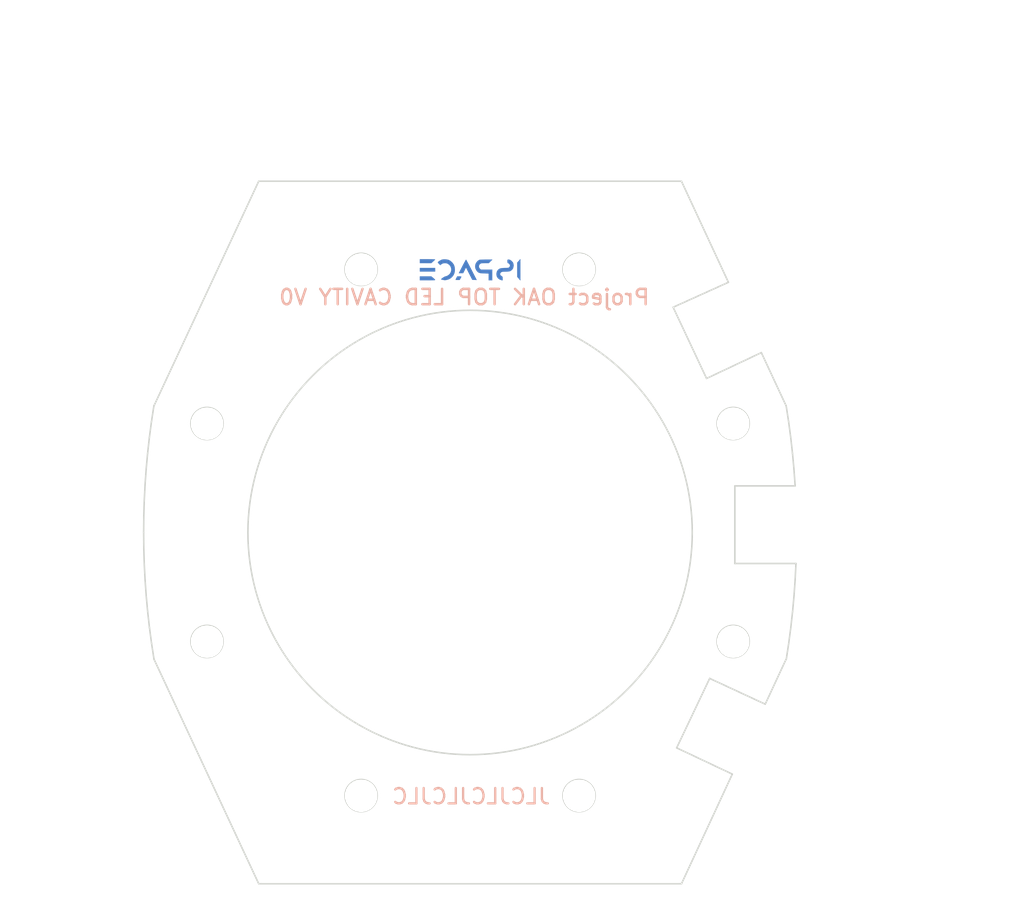
<source format=kicad_pcb>
(kicad_pcb (version 20171130) (host pcbnew "(5.1.6)-1")

  (general
    (thickness 1.6)
    (drawings 134)
    (tracks 0)
    (zones 0)
    (modules 15)
    (nets 1)
  )

  (page A4)
  (title_block
    (title "Project OAK TOP LED CAVITY V0")
    (date 2025-07-05)
    (rev A)
    (company iSPACE)
  )

  (layers
    (0 F.Cu signal)
    (31 B.Cu signal)
    (32 B.Adhes user hide)
    (33 F.Adhes user hide)
    (34 B.Paste user hide)
    (35 F.Paste user hide)
    (36 B.SilkS user)
    (37 F.SilkS user)
    (38 B.Mask user)
    (39 F.Mask user)
    (40 Dwgs.User user hide)
    (41 Cmts.User user hide)
    (42 Eco1.User user)
    (43 Eco2.User user)
    (44 Edge.Cuts user)
    (45 Margin user)
    (46 B.CrtYd user hide)
    (47 F.CrtYd user hide)
    (48 B.Fab user hide)
    (49 F.Fab user hide)
  )

  (setup
    (last_trace_width 0.25)
    (user_trace_width 0.142)
    (user_trace_width 0.2)
    (trace_clearance 0.2)
    (zone_clearance 0.508)
    (zone_45_only no)
    (trace_min 0.2)
    (via_size 0.6)
    (via_drill 0.4)
    (via_min_size 0.4)
    (via_min_drill 0.3)
    (user_via 0.5 0.3)
    (uvia_size 0.3)
    (uvia_drill 0.1)
    (uvias_allowed no)
    (uvia_min_size 0.2)
    (uvia_min_drill 0.1)
    (edge_width 0.15)
    (segment_width 0.2)
    (pcb_text_width 0.3)
    (pcb_text_size 1.5 1.5)
    (mod_edge_width 0.15)
    (mod_text_size 1 1)
    (mod_text_width 0.15)
    (pad_size 1.524 1.524)
    (pad_drill 0.762)
    (pad_to_mask_clearance 0.2)
    (aux_axis_origin 0 0)
    (grid_origin 70.4596 93.472)
    (visible_elements 7FFFFFFF)
    (pcbplotparams
      (layerselection 0x010f0_ffffffff)
      (usegerberextensions false)
      (usegerberattributes true)
      (usegerberadvancedattributes true)
      (creategerberjobfile true)
      (excludeedgelayer true)
      (linewidth 0.100000)
      (plotframeref false)
      (viasonmask false)
      (mode 1)
      (useauxorigin false)
      (hpglpennumber 1)
      (hpglpenspeed 20)
      (hpglpendiameter 15.000000)
      (psnegative false)
      (psa4output false)
      (plotreference true)
      (plotvalue true)
      (plotinvisibletext false)
      (padsonsilk false)
      (subtractmaskfromsilk false)
      (outputformat 1)
      (mirror false)
      (drillshape 0)
      (scaleselection 1)
      (outputdirectory "Project_OAK_TOP_LED_CAVITY_Gerber/"))
  )

  (net 0 "")

  (net_class Default "This is the default net class."
    (clearance 0.2)
    (trace_width 0.25)
    (via_dia 0.6)
    (via_drill 0.4)
    (uvia_dia 0.3)
    (uvia_drill 0.1)
  )

  (module MountingHole:MountingHole_2.1mm locked (layer F.Cu) (tedit 669FEB46) (tstamp 669FFFE0)
    (at 87.63 86.36)
    (descr "Mounting Hole 2.1mm, no annular")
    (tags "mounting hole 2.1mm no annular")
    (attr virtual)
    (fp_text reference REF** (at -3.556 -0.2794) (layer F.SilkS) hide
      (effects (font (size 1 1) (thickness 0.15)))
    )
    (fp_text value MountingHole_2.1mm (at 0 3.2) (layer F.Fab) hide
      (effects (font (size 1 1) (thickness 0.15)))
    )
    (fp_text user %R (at 0.3 0) (layer F.Fab)
      (effects (font (size 1 1) (thickness 0.15)))
    )
    (pad "" np_thru_hole circle (at 0 0) (size 2.1 2.1) (drill 2.1) (layers *.Cu *.Mask))
  )

  (module MountingHole:MountingHole_2.1mm locked (layer F.Cu) (tedit 669FEB46) (tstamp 669FFF7A)
    (at 87.63 100.584)
    (descr "Mounting Hole 2.1mm, no annular")
    (tags "mounting hole 2.1mm no annular")
    (attr virtual)
    (fp_text reference REF** (at -3.556 -0.2794) (layer F.SilkS) hide
      (effects (font (size 1 1) (thickness 0.15)))
    )
    (fp_text value MountingHole_2.1mm (at 0 3.2) (layer F.Fab) hide
      (effects (font (size 1 1) (thickness 0.15)))
    )
    (fp_text user %R (at 0.3 0) (layer F.Fab)
      (effects (font (size 1 1) (thickness 0.15)))
    )
    (pad "" np_thru_hole circle (at 0 0) (size 2.1 2.1) (drill 2.1) (layers *.Cu *.Mask))
  )

  (module MountingHole:MountingHole_2.1mm locked (layer F.Cu) (tedit 669FEB46) (tstamp 669FFF15)
    (at 77.5716 110.6424)
    (descr "Mounting Hole 2.1mm, no annular")
    (tags "mounting hole 2.1mm no annular")
    (attr virtual)
    (fp_text reference REF** (at -3.556 -0.2794) (layer F.SilkS) hide
      (effects (font (size 1 1) (thickness 0.15)))
    )
    (fp_text value MountingHole_2.1mm (at 0 3.2) (layer F.Fab) hide
      (effects (font (size 1 1) (thickness 0.15)))
    )
    (fp_text user %R (at 0.3 0) (layer F.Fab)
      (effects (font (size 1 1) (thickness 0.15)))
    )
    (pad "" np_thru_hole circle (at 0 0) (size 2.1 2.1) (drill 2.1) (layers *.Cu *.Mask))
  )

  (module MountingHole:MountingHole_2.1mm locked (layer F.Cu) (tedit 669FEB46) (tstamp 669FFE63)
    (at 63.3476 110.6424)
    (descr "Mounting Hole 2.1mm, no annular")
    (tags "mounting hole 2.1mm no annular")
    (attr virtual)
    (fp_text reference REF** (at -3.556 -0.2794) (layer F.SilkS) hide
      (effects (font (size 1 1) (thickness 0.15)))
    )
    (fp_text value MountingHole_2.1mm (at 0 3.2) (layer F.Fab) hide
      (effects (font (size 1 1) (thickness 0.15)))
    )
    (fp_text user %R (at 0.3 0) (layer F.Fab)
      (effects (font (size 1 1) (thickness 0.15)))
    )
    (pad "" np_thru_hole circle (at 0 0) (size 2.1 2.1) (drill 2.1) (layers *.Cu *.Mask))
  )

  (module MountingHole:MountingHole_2.1mm locked (layer F.Cu) (tedit 669FEB46) (tstamp 669FFD72)
    (at 53.2892 100.584)
    (descr "Mounting Hole 2.1mm, no annular")
    (tags "mounting hole 2.1mm no annular")
    (attr virtual)
    (fp_text reference REF** (at -3.556 -0.2794) (layer F.SilkS) hide
      (effects (font (size 1 1) (thickness 0.15)))
    )
    (fp_text value MountingHole_2.1mm (at 0 3.2) (layer F.Fab) hide
      (effects (font (size 1 1) (thickness 0.15)))
    )
    (fp_text user %R (at 0.3 0) (layer F.Fab)
      (effects (font (size 1 1) (thickness 0.15)))
    )
    (pad "" np_thru_hole circle (at 0 0) (size 2.1 2.1) (drill 2.1) (layers *.Cu *.Mask))
  )

  (module MountingHole:MountingHole_2.1mm locked (layer F.Cu) (tedit 669FEB46) (tstamp 669FFC7E)
    (at 53.2892 86.36)
    (descr "Mounting Hole 2.1mm, no annular")
    (tags "mounting hole 2.1mm no annular")
    (attr virtual)
    (fp_text reference REF** (at -3.556 -0.2794) (layer F.SilkS) hide
      (effects (font (size 1 1) (thickness 0.15)))
    )
    (fp_text value MountingHole_2.1mm (at 0 3.2) (layer F.Fab) hide
      (effects (font (size 1 1) (thickness 0.15)))
    )
    (fp_text user %R (at 0.3 0) (layer F.Fab)
      (effects (font (size 1 1) (thickness 0.15)))
    )
    (pad "" np_thru_hole circle (at 0 0) (size 2.1 2.1) (drill 2.1) (layers *.Cu *.Mask))
  )

  (module MountingHole:MountingHole_2.1mm locked (layer F.Cu) (tedit 669FEB46) (tstamp 669FFB63)
    (at 63.3476 76.3016)
    (descr "Mounting Hole 2.1mm, no annular")
    (tags "mounting hole 2.1mm no annular")
    (attr virtual)
    (fp_text reference REF** (at -3.556 -0.2794) (layer F.SilkS) hide
      (effects (font (size 1 1) (thickness 0.15)))
    )
    (fp_text value MountingHole_2.1mm (at 0 3.2) (layer F.Fab) hide
      (effects (font (size 1 1) (thickness 0.15)))
    )
    (fp_text user %R (at 0.3 0) (layer F.Fab)
      (effects (font (size 1 1) (thickness 0.15)))
    )
    (pad "" np_thru_hole circle (at 0 0) (size 2.1 2.1) (drill 2.1) (layers *.Cu *.Mask))
  )

  (module MountingHole:MountingHole_2.1mm locked (layer F.Cu) (tedit 669FEB46) (tstamp 669FF359)
    (at 77.5716 76.3016)
    (descr "Mounting Hole 2.1mm, no annular")
    (tags "mounting hole 2.1mm no annular")
    (attr virtual)
    (fp_text reference REF** (at -3.556 -0.2794) (layer F.SilkS) hide
      (effects (font (size 1 1) (thickness 0.15)))
    )
    (fp_text value MountingHole_2.1mm (at 0 3.2) (layer F.Fab) hide
      (effects (font (size 1 1) (thickness 0.15)))
    )
    (fp_text user %R (at 0.3 0) (layer F.Fab)
      (effects (font (size 1 1) (thickness 0.15)))
    )
    (pad "" np_thru_hole circle (at 0 0) (size 2.1 2.1) (drill 2.1) (layers *.Cu *.Mask))
  )

  (module LOGO (layer F.Cu) (tedit 0) (tstamp 0)
    (at 102.5906 79.756)
    (fp_text reference G*** (at 0 0) (layer F.SilkS) hide
      (effects (font (size 1.524 1.524) (thickness 0.3)))
    )
    (fp_text value LOGO (at 0.75 0) (layer F.SilkS) hide
      (effects (font (size 1.524 1.524) (thickness 0.3)))
    )
  )

  (module LOGO (layer F.Cu) (tedit 0) (tstamp 0)
    (at 102.5906 79.756)
    (fp_text reference G*** (at 0 0) (layer F.SilkS) hide
      (effects (font (size 1.524 1.524) (thickness 0.3)))
    )
    (fp_text value LOGO (at 0.75 0) (layer F.SilkS) hide
      (effects (font (size 1.524 1.524) (thickness 0.3)))
    )
  )

  (module LOGO (layer B.Cu) (tedit 0) (tstamp 6869407D)
    (at 70.4596 76.3016 180)
    (fp_text reference G*** (at 0 0) (layer B.SilkS) hide
      (effects (font (size 1.524 1.524) (thickness 0.3)) (justify mirror))
    )
    (fp_text value LOGO (at 0.75 0) (layer B.SilkS) hide
      (effects (font (size 1.524 1.524) (thickness 0.3)) (justify mirror))
    )
    (fp_poly (pts (xy 3.280833 0.402167) (xy 2.513822 0.402167) (xy 2.362869 0.549979) (xy 2.211917 0.69779)
      (xy 3.280833 0.6985) (xy 3.280833 0.402167)) (layer B.Mask) (width 0.01))
    (fp_poly (pts (xy 3.280833 -0.169333) (xy 2.264833 -0.169333) (xy 2.264833 0.148167) (xy 3.280833 0.148167)
      (xy 3.280833 -0.169333)) (layer B.Mask) (width 0.01))
    (fp_poly (pts (xy 3.280833 -0.719666) (xy 2.772833 -0.719666) (xy 2.613266 -0.719502) (xy 2.49107 -0.718755)
      (xy 2.401283 -0.717041) (xy 2.338944 -0.71398) (xy 2.299092 -0.709188) (xy 2.276763 -0.702282)
      (xy 2.266998 -0.692881) (xy 2.264833 -0.680602) (xy 2.264833 -0.680507) (xy 2.28002 -0.648671)
      (xy 2.320224 -0.59988) (xy 2.377411 -0.543633) (xy 2.390162 -0.53234) (xy 2.515491 -0.423333)
      (xy 3.280833 -0.423333) (xy 3.280833 -0.719666)) (layer B.Mask) (width 0.01))
    (fp_poly (pts (xy 1.812043 0.680165) (xy 1.952642 0.624404) (xy 2.057679 0.550019) (xy 2.148417 0.468486)
      (xy 2.048784 0.367723) (xy 1.994943 0.314792) (xy 1.960976 0.288289) (xy 1.937703 0.283854)
      (xy 1.915943 0.297124) (xy 1.910426 0.302006) (xy 1.835338 0.350533) (xy 1.739733 0.386513)
      (xy 1.645169 0.402043) (xy 1.637196 0.402167) (xy 1.526736 0.382303) (xy 1.422452 0.32777)
      (xy 1.333036 0.246159) (xy 1.267181 0.145059) (xy 1.236784 0.05255) (xy 1.23657 -0.056745)
      (xy 1.27238 -0.164122) (xy 1.338352 -0.261504) (xy 1.428628 -0.34082) (xy 1.537347 -0.393996)
      (xy 1.566944 -0.402313) (xy 1.626214 -0.423115) (xy 1.699359 -0.458062) (xy 1.776946 -0.501363)
      (xy 1.849543 -0.547229) (xy 1.907718 -0.589869) (xy 1.942039 -0.623493) (xy 1.947333 -0.635816)
      (xy 1.928315 -0.653593) (xy 1.879102 -0.673829) (xy 1.811457 -0.693348) (xy 1.737142 -0.708977)
      (xy 1.667919 -0.717542) (xy 1.641866 -0.71825) (xy 1.561558 -0.710255) (xy 1.479474 -0.692596)
      (xy 1.471083 -0.690058) (xy 1.356503 -0.645969) (xy 1.264672 -0.58935) (xy 1.177415 -0.508426)
      (xy 1.157828 -0.487083) (xy 1.071813 -0.371268) (xy 1.016912 -0.245695) (xy 0.989673 -0.100409)
      (xy 0.985169 0.010584) (xy 1.004147 0.187333) (xy 1.059133 0.342921) (xy 1.149077 0.475597)
      (xy 1.272925 0.583608) (xy 1.35937 0.634009) (xy 1.506927 0.685987) (xy 1.660645 0.701031)
      (xy 1.812043 0.680165)) (layer B.Mask) (width 0.01))
    (fp_poly (pts (xy 0.92679 -0.561317) (xy 0.959971 -0.629906) (xy 0.984194 -0.682457) (xy 0.994716 -0.708646)
      (xy 0.994833 -0.709484) (xy 0.975418 -0.714415) (xy 0.924172 -0.718031) (xy 0.851591 -0.719641)
      (xy 0.840626 -0.719666) (xy 0.686419 -0.719666) (xy 0.618376 -0.581682) (xy 0.585195 -0.513093)
      (xy 0.560973 -0.460542) (xy 0.550451 -0.434353) (xy 0.550333 -0.433515) (xy 0.569748 -0.428584)
      (xy 0.620994 -0.424968) (xy 0.693575 -0.423358) (xy 0.70454 -0.423333) (xy 0.858747 -0.423333)
      (xy 0.92679 -0.561317)) (layer B.Mask) (width 0.01))
    (fp_poly (pts (xy 0.28662 0.668673) (xy 0.290775 0.66401) (xy 0.307408 0.635863) (xy 0.33893 0.577543)
      (xy 0.382102 0.495427) (xy 0.433687 0.395887) (xy 0.490446 0.285298) (xy 0.54914 0.170035)
      (xy 0.606532 0.056472) (xy 0.659382 -0.049017) (xy 0.704454 -0.140058) (xy 0.738507 -0.210276)
      (xy 0.758305 -0.253296) (xy 0.762 -0.263547) (xy 0.742587 -0.269176) (xy 0.691349 -0.273304)
      (xy 0.618789 -0.275138) (xy 0.607967 -0.275166) (xy 0.453934 -0.275166) (xy 0.271826 0.092024)
      (xy 0.176158 -0.086279) (xy 0.125098 -0.182768) (xy 0.064239 -0.299764) (xy 0.002601 -0.419853)
      (xy -0.034016 -0.492125) (xy -0.14852 -0.719666) (xy -0.29651 -0.719666) (xy -0.372298 -0.716872)
      (xy -0.424786 -0.709393) (xy -0.4445 -0.698581) (xy -0.4445 -0.698533) (xy -0.435172 -0.675463)
      (xy -0.40862 -0.619084) (xy -0.366992 -0.533726) (xy -0.312436 -0.423722) (xy -0.247101 -0.293402)
      (xy -0.173135 -0.147098) (xy -0.092686 0.01086) (xy -0.09154 0.013101) (xy 0.000637 0.193048)
      (xy 0.075736 0.33849) (xy 0.1357 0.452739) (xy 0.182476 0.539108) (xy 0.218008 0.600908)
      (xy 0.244244 0.641452) (xy 0.263127 0.664053) (xy 0.276604 0.672023) (xy 0.28662 0.668673)) (layer B.Mask) (width 0.01))
    (fp_poly (pts (xy -1.077227 0.694804) (xy -0.930814 0.692251) (xy -0.820062 0.689399) (xy -0.738299 0.685489)
      (xy -0.678855 0.679763) (xy -0.635059 0.671462) (xy -0.600241 0.659828) (xy -0.56773 0.644103)
      (xy -0.551201 0.635) (xy -0.452247 0.556726) (xy -0.379417 0.452777) (xy -0.334113 0.331848)
      (xy -0.317739 0.202629) (xy -0.331697 0.073812) (xy -0.377391 -0.045909) (xy -0.429334 -0.120017)
      (xy -0.489269 -0.179929) (xy -0.552875 -0.222612) (xy -0.628688 -0.250724) (xy -0.725245 -0.266924)
      (xy -0.851082 -0.27387) (xy -0.926042 -0.274701) (xy -1.185333 -0.275166) (xy -1.185333 -0.719666)
      (xy -1.439333 -0.719666) (xy -1.439333 0.021167) (xy -1.088058 0.021167) (xy -0.937388 0.022454)
      (xy -0.823025 0.027387) (xy -0.738991 0.037572) (xy -0.67931 0.054615) (xy -0.638004 0.080125)
      (xy -0.609096 0.115706) (xy -0.589793 0.155106) (xy -0.574913 0.209715) (xy -0.586564 0.25728)
      (xy -0.594616 0.27278) (xy -0.634718 0.325384) (xy -0.691695 0.362615) (xy -0.771938 0.386474)
      (xy -0.881834 0.398962) (xy -1.007627 0.402134) (xy -1.24267 0.402167) (xy -1.37577 0.551929)
      (xy -1.50887 0.701689) (xy -1.077227 0.694804)) (layer B.Mask) (width 0.01))
    (fp_poly (pts (xy -2.434167 0.552025) (xy -2.435931 0.47029) (xy -2.442624 0.421477) (xy -2.456346 0.396271)
      (xy -2.471208 0.387702) (xy -2.540574 0.347755) (xy -2.575779 0.294138) (xy -2.574756 0.234951)
      (xy -2.535437 0.178294) (xy -2.526562 0.17087) (xy -2.496363 0.151071) (xy -2.459901 0.138226)
      (xy -2.407775 0.130896) (xy -2.330588 0.12764) (xy -2.240132 0.127) (xy -2.108374 0.124157)
      (xy -2.009565 0.113751) (xy -1.934587 0.092973) (xy -1.874325 0.059012) (xy -1.819661 0.009056)
      (xy -1.805018 -0.007152) (xy -1.73479 -0.11818) (xy -1.701742 -0.245938) (xy -1.703898 -0.359694)
      (xy -1.739308 -0.482939) (xy -1.805427 -0.586362) (xy -1.89615 -0.663569) (xy -2.00537 -0.708168)
      (xy -2.042719 -0.714451) (xy -2.137833 -0.725172) (xy -2.137833 -0.574252) (xy -2.136731 -0.495518)
      (xy -2.131746 -0.450117) (xy -2.12036 -0.429074) (xy -2.100054 -0.423412) (xy -2.0955 -0.423333)
      (xy -2.049422 -0.408967) (xy -2.010833 -0.381) (xy -1.979121 -0.334921) (xy -1.9685 -0.296333)
      (xy -1.982866 -0.250254) (xy -2.010833 -0.211666) (xy -2.035529 -0.19212) (xy -2.068617 -0.179614)
      (xy -2.119298 -0.172639) (xy -2.196776 -0.16969) (xy -2.270125 -0.169215) (xy -2.372353 -0.166848)
      (xy -2.468274 -0.16059) (xy -2.543796 -0.151538) (xy -2.57175 -0.145707) (xy -2.670618 -0.097726)
      (xy -2.754584 -0.017178) (xy -2.815528 0.086718) (xy -2.837575 0.156031) (xy -2.850045 0.293766)
      (xy -2.82641 0.420037) (xy -2.770148 0.52913) (xy -2.684736 0.615332) (xy -2.573651 0.672928)
      (xy -2.513542 0.688496) (xy -2.434167 0.703211) (xy -2.434167 0.552025)) (layer B.Mask) (width 0.01))
    (fp_poly (pts (xy -3.174039 0.593928) (xy -3.069167 0.478772) (xy -3.069167 -0.499937) (xy -3.174039 -0.615093)
      (xy -3.278912 -0.73025) (xy -3.278912 0.709083) (xy -3.174039 0.593928)) (layer B.Mask) (width 0.01))
  )

  (module LOGO (layer F.Cu) (tedit 0) (tstamp 0)
    (at 102.5906 79.756)
    (fp_text reference G*** (at 0 0) (layer F.SilkS) hide
      (effects (font (size 1.524 1.524) (thickness 0.3)))
    )
    (fp_text value LOGO (at 0.75 0) (layer F.SilkS) hide
      (effects (font (size 1.524 1.524) (thickness 0.3)))
    )
  )

  (module LOGO (layer F.Cu) (tedit 0) (tstamp 0)
    (at 102.5906 79.756)
    (fp_text reference G*** (at 0 0) (layer F.SilkS) hide
      (effects (font (size 1.524 1.524) (thickness 0.3)))
    )
    (fp_text value LOGO (at 0.75 0) (layer F.SilkS) hide
      (effects (font (size 1.524 1.524) (thickness 0.3)))
    )
  )

  (module LOGO (layer B.Cu) (tedit 0) (tstamp 68694059)
    (at 70.4596 76.3016 180)
    (fp_text reference G*** (at 0 0) (layer B.SilkS) hide
      (effects (font (size 1.524 1.524) (thickness 0.3)) (justify mirror))
    )
    (fp_text value LOGO (at 0.75 0) (layer B.SilkS) hide
      (effects (font (size 1.524 1.524) (thickness 0.3)) (justify mirror))
    )
    (fp_poly (pts (xy 3.280833 0.423334) (xy 2.529417 0.424984) (xy 2.40742 0.535284) (xy 2.349687 0.589418)
      (xy 2.306789 0.633333) (xy 2.286411 0.659062) (xy 2.285712 0.661459) (xy 2.305987 0.665928)
      (xy 2.362745 0.669911) (xy 2.450135 0.67322) (xy 2.562307 0.675669) (xy 2.693412 0.677072)
      (xy 2.783417 0.677334) (xy 3.280833 0.677334) (xy 3.280833 0.423334)) (layer B.Cu) (width 0.01))
    (fp_poly (pts (xy 3.280833 -0.127) (xy 2.286 -0.127) (xy 2.286 0.105834) (xy 3.280833 0.105834)
      (xy 3.280833 -0.127)) (layer B.Cu) (width 0.01))
    (fp_poly (pts (xy 0.899227 -0.549629) (xy 0.928497 -0.609261) (xy 0.947847 -0.652264) (xy 0.9525 -0.666046)
      (xy 0.933212 -0.671857) (xy 0.882849 -0.675932) (xy 0.81828 -0.677333) (xy 0.684061 -0.677333)
      (xy 0.62778 -0.573927) (xy 0.596808 -0.514859) (xy 0.576367 -0.471729) (xy 0.5715 -0.45751)
      (xy 0.590807 -0.450876) (xy 0.641313 -0.446189) (xy 0.708727 -0.4445) (xy 0.845953 -0.4445)
      (xy 0.899227 -0.549629)) (layer B.Cu) (width 0.01))
    (fp_poly (pts (xy 0.281861 0.633073) (xy 0.312312 0.583928) (xy 0.355983 0.50723) (xy 0.409992 0.408121)
      (xy 0.471459 0.291744) (xy 0.513113 0.211101) (xy 0.740475 -0.232833) (xy 0.453934 -0.232833)
      (xy 0.271564 0.134887) (xy 0.066208 -0.265931) (xy -0.139148 -0.66675) (xy -0.427838 -0.67937)
      (xy -0.089283 -0.017681) (xy -0.010004 0.136438) (xy 0.063708 0.278145) (xy 0.129541 0.403123)
      (xy 0.185188 0.507054) (xy 0.228338 0.585619) (xy 0.256684 0.6345) (xy 0.267511 0.649521)
      (xy 0.281861 0.633073)) (layer B.Cu) (width 0.01))
    (fp_poly (pts (xy 3.280833 -0.6985) (xy 2.783417 -0.6985) (xy 2.617896 -0.697992) (xy 2.490734 -0.696327)
      (xy 2.397967 -0.693295) (xy 2.335632 -0.688685) (xy 2.299765 -0.682286) (xy 2.286401 -0.673887)
      (xy 2.286079 -0.672041) (xy 2.30158 -0.646808) (xy 2.342464 -0.604411) (xy 2.400426 -0.553322)
      (xy 2.410564 -0.545041) (xy 2.534971 -0.4445) (xy 3.280833 -0.4445) (xy 3.280833 -0.6985)) (layer B.Cu) (width 0.01))
    (fp_poly (pts (xy 1.745571 0.665007) (xy 1.813035 0.657643) (xy 1.868548 0.641462) (xy 1.927266 0.613264)
      (xy 1.941576 0.605432) (xy 2.008506 0.565021) (xy 2.064243 0.525573) (xy 2.088539 0.503998)
      (xy 2.106904 0.47969) (xy 2.107299 0.457236) (xy 2.085546 0.42629) (xy 2.037464 0.376504)
      (xy 1.948664 0.287704) (xy 1.900374 0.332942) (xy 1.808648 0.391714) (xy 1.698084 0.420836)
      (xy 1.581166 0.419137) (xy 1.470381 0.385443) (xy 1.450797 0.375181) (xy 1.347679 0.294588)
      (xy 1.27616 0.192206) (xy 1.237519 0.07579) (xy 1.233037 -0.046904) (xy 1.263994 -0.16812)
      (xy 1.33167 -0.280104) (xy 1.340851 -0.290888) (xy 1.406324 -0.350138) (xy 1.486121 -0.400961)
      (xy 1.564999 -0.434845) (xy 1.61512 -0.444035) (xy 1.651056 -0.455103) (xy 1.704523 -0.483157)
      (xy 1.76552 -0.52134) (xy 1.824043 -0.562798) (xy 1.870092 -0.600675) (xy 1.893663 -0.628113)
      (xy 1.894211 -0.635333) (xy 1.879919 -0.646728) (xy 1.847254 -0.657433) (xy 1.78863 -0.669266)
      (xy 1.696464 -0.684051) (xy 1.68275 -0.686116) (xy 1.636459 -0.686633) (xy 1.569906 -0.68045)
      (xy 1.542172 -0.676397) (xy 1.401283 -0.637579) (xy 1.276537 -0.567115) (xy 1.183074 -0.486193)
      (xy 1.087205 -0.366948) (xy 1.026693 -0.232912) (xy 0.999489 -0.078339) (xy 0.998513 0.03175)
      (xy 1.016423 0.182869) (xy 1.058926 0.308223) (xy 1.131001 0.419563) (xy 1.190335 0.484353)
      (xy 1.292335 0.571976) (xy 1.394768 0.628165) (xy 1.510588 0.658046) (xy 1.651 0.66675)
      (xy 1.745571 0.665007)) (layer B.Cu) (width 0.01))
    (fp_poly (pts (xy -0.916445 0.654957) (xy -0.794904 0.651561) (xy -0.696156 0.646328) (xy -0.627285 0.639607)
      (xy -0.599336 0.63374) (xy -0.510758 0.581269) (xy -0.43014 0.499195) (xy -0.368433 0.400144)
      (xy -0.346235 0.342013) (xy -0.324134 0.20512) (xy -0.342147 0.078179) (xy -0.401241 -0.044957)
      (xy -0.408668 -0.056153) (xy -0.46055 -0.124142) (xy -0.515534 -0.173981) (xy -0.581399 -0.20859)
      (xy -0.665926 -0.230891) (xy -0.776897 -0.243804) (xy -0.922091 -0.250249) (xy -0.926042 -0.250348)
      (xy -1.2065 -0.257279) (xy -1.2065 -0.6985) (xy -1.439333 -0.6985) (xy -1.439333 0)
      (xy -0.695244 0) (xy -0.633372 0.061872) (xy -0.58812 0.120779) (xy -0.572548 0.185754)
      (xy -0.572173 0.204747) (xy -0.581734 0.279257) (xy -0.614771 0.335758) (xy -0.676752 0.387264)
      (xy -0.70935 0.403746) (xy -0.755668 0.414541) (xy -0.824087 0.420666) (xy -0.922992 0.423139)
      (xy -0.973808 0.423334) (xy -1.21853 0.423334) (xy -1.3335 0.53975) (xy -1.448471 0.656167)
      (xy -1.053697 0.656167) (xy -0.916445 0.654957)) (layer B.Cu) (width 0.01))
    (fp_poly (pts (xy -2.461962 0.654316) (xy -2.442655 0.641816) (xy -2.435326 0.608244) (xy -2.434167 0.543181)
      (xy -2.434167 0.53975) (xy -2.436869 0.470074) (xy -2.446549 0.434077) (xy -2.465567 0.423357)
      (xy -2.466879 0.423334) (xy -2.512004 0.405685) (xy -2.558075 0.362427) (xy -2.592589 0.308086)
      (xy -2.6035 0.264584) (xy -2.588825 0.211807) (xy -2.553334 0.159609) (xy -2.551546 0.157788)
      (xy -2.526299 0.135165) (xy -2.4986 0.120248) (xy -2.459462 0.111418) (xy -2.399895 0.107058)
      (xy -2.310914 0.105547) (xy -2.260504 0.105369) (xy -2.115805 0.100891) (xy -2.004761 0.086305)
      (xy -1.919349 0.058925) (xy -1.851545 0.016065) (xy -1.793326 -0.044961) (xy -1.786968 -0.053153)
      (xy -1.737039 -0.150338) (xy -1.714993 -0.265518) (xy -1.721929 -0.383906) (xy -1.755012 -0.483262)
      (xy -1.823728 -0.575141) (xy -1.920097 -0.646479) (xy -2.030861 -0.68762) (xy -2.037292 -0.688849)
      (xy -2.116667 -0.703211) (xy -2.116209 -0.579147) (xy -2.114481 -0.508818) (xy -2.106177 -0.467954)
      (xy -2.085621 -0.443695) (xy -2.047461 -0.423333) (xy -1.982443 -0.375893) (xy -1.953808 -0.3151)
      (xy -1.963871 -0.248256) (xy -1.982182 -0.217419) (xy -2.012482 -0.183008) (xy -2.048573 -0.159009)
      (xy -2.098417 -0.143498) (xy -2.169972 -0.134552) (xy -2.271198 -0.130247) (xy -2.347641 -0.129109)
      (xy -2.452168 -0.126921) (xy -2.52563 -0.121432) (xy -2.579275 -0.110706) (xy -2.624349 -0.092802)
      (xy -2.654785 -0.076158) (xy -2.748851 0.001861) (xy -2.809438 0.105054) (xy -2.835387 0.231255)
      (xy -2.836333 0.263225) (xy -2.825736 0.376581) (xy -2.790067 0.466306) (xy -2.723508 0.54647)
      (xy -2.716515 0.553039) (xy -2.634002 0.617734) (xy -2.557461 0.649909) (xy -2.499058 0.656167)
      (xy -2.461962 0.654316)) (layer B.Cu) (width 0.01))
    (fp_poly (pts (xy -3.175 0.5715) (xy -3.070514 0.455084) (xy -3.071 -0.47625) (xy -3.175683 -0.592666)
      (xy -3.280366 -0.709083) (xy -3.279486 0.687917) (xy -3.175 0.5715)) (layer B.Cu) (width 0.01))
  )

  (module LOGO (layer F.Cu) (tedit 0) (tstamp 0)
    (at 102.5906 79.756)
    (fp_text reference G*** (at 0 0) (layer F.SilkS) hide
      (effects (font (size 1.524 1.524) (thickness 0.3)))
    )
    (fp_text value LOGO (at 0.75 0) (layer F.SilkS) hide
      (effects (font (size 1.524 1.524) (thickness 0.3)))
    )
  )

  (gr_line (start 63.3476 76.3016) (end 77.5716 76.3016) (layer Dwgs.User) (width 0.05))
  (gr_line (start 87.735132 95.482799) (end 87.735132 90.4188) (layer Edge.Cuts) (width 0.1))
  (gr_line (start 91.084533 85.199493) (end 91.059133 85.148692) (layer Edge.Cuts) (width 0.1))
  (gr_line (start 87.735132 90.4188) (end 91.667207 90.4188) (layer Edge.Cuts) (width 0.1))
  (gr_line (start 87.313238 77.130328) (end 84.24926 70.5358) (layer Edge.Cuts) (width 0.1))
  (gr_line (start 83.706121 78.759349) (end 87.313238 77.130328) (layer Edge.Cuts) (width 0.1))
  (gr_line (start 85.887143 83.405873) (end 83.706121 78.759349) (layer Edge.Cuts) (width 0.1))
  (gr_line (start 91.495234 88.285992) (end 91.379333 87.255092) (layer Edge.Cuts) (width 0.1))
  (gr_line (start 91.242434 86.226092) (end 91.084533 85.199493) (layer Edge.Cuts) (width 0.1))
  (gr_line (start 91.590234 89.318392) (end 91.495234 88.285992) (layer Edge.Cuts) (width 0.1))
  (gr_line (start 91.667207 90.4188) (end 91.664233 90.352192) (layer Edge.Cuts) (width 0.1))
  (gr_line (start 91.379333 87.255092) (end 91.242434 86.226092) (layer Edge.Cuts) (width 0.1))
  (gr_line (start 91.059133 85.148692) (end 89.462237 81.720056) (layer Edge.Cuts) (width 0.1))
  (gr_circle (center 63.343133 110.6292) (end 62.293133 110.6292) (layer Edge.Cuts) (width 0.1))
  (gr_line (start 91.664233 90.352192) (end 91.590234 89.318392) (layer Edge.Cuts) (width 0.1))
  (gr_circle (center 77.567132 110.6292) (end 76.517132 110.6292) (layer Edge.Cuts) (width 0.1))
  (gr_circle (center 63.343133 76.2884) (end 62.293133 76.2884) (layer Edge.Cuts) (width 0.1))
  (gr_line (start 89.462237 81.720056) (end 85.887143 83.405873) (layer Edge.Cuts) (width 0.1))
  (gr_circle (center 77.567132 76.2884) (end 76.517132 76.2884) (layer Edge.Cuts) (width 0.1))
  (gr_circle (center 70.455132 93.4588) (end 55.955133 93.4588) (layer Edge.Cuts) (width 0.1))
  (gr_circle (center 87.625532 100.5708) (end 86.575532 100.5708) (layer Edge.Cuts) (width 0.1))
  (gr_circle (center 87.625532 86.3468) (end 86.575532 86.3468) (layer Edge.Cuts) (width 0.1))
  (gr_line (start 91.721113 95.4828) (end 87.735132 95.482799) (layer Edge.Cuts) (width 0.1))
  (gr_line (start 91.719334 95.529092) (end 91.721113 95.4828) (layer Edge.Cuts) (width 0.1))
  (gr_line (start 91.594433 97.597692) (end 91.667433 96.563892) (layer Edge.Cuts) (width 0.1))
  (gr_line (start 56.660272 116.3818) (end 84.251851 116.3818) (layer Edge.Cuts) (width 0.1))
  (gr_line (start 49.666773 100.690492) (end 49.824672 101.717192) (layer Edge.Cuts) (width 0.1))
  (gr_line (start 49.525672 87.255492) (end 49.410673 88.286392) (layer Edge.Cuts) (width 0.1))
  (gr_line (start 49.160773 94.494391) (end 49.192573 95.529792) (layer Edge.Cuts) (width 0.1))
  (gr_line (start 91.092733 101.717192) (end 91.249633 100.690292) (layer Edge.Cuts) (width 0.1))
  (gr_line (start 89.715669 104.663886) (end 91.053733 101.781592) (layer Edge.Cuts) (width 0.1))
  (gr_line (start 49.824672 101.717192) (end 49.826673 101.721092) (layer Edge.Cuts) (width 0.1))
  (gr_line (start 83.936045 107.514526) (end 86.091289 102.982174) (layer Edge.Cuts) (width 0.1))
  (gr_line (start 84.251851 116.3818) (end 87.567648 109.228643) (layer Edge.Cuts) (width 0.1))
  (gr_line (start 49.845942 85.146792) (end 49.818773 85.199592) (layer Edge.Cuts) (width 0.1))
  (gr_line (start 49.192573 95.529792) (end 49.245372 96.564492) (layer Edge.Cuts) (width 0.1))
  (gr_line (start 87.567648 109.228643) (end 83.936045 107.514526) (layer Edge.Cuts) (width 0.1))
  (gr_line (start 49.838472 101.752292) (end 56.660272 116.3818) (layer Edge.Cuts) (width 0.1))
  (gr_line (start 49.149973 93.458692) (end 49.160773 94.494391) (layer Edge.Cuts) (width 0.1))
  (gr_line (start 49.414072 98.630692) (end 49.529972 99.661592) (layer Edge.Cuts) (width 0.1))
  (gr_line (start 49.319273 97.598191) (end 49.414072 98.630692) (layer Edge.Cuts) (width 0.1))
  (gr_line (start 49.191273 91.387593) (end 49.160072 92.422992) (layer Edge.Cuts) (width 0.1))
  (gr_line (start 91.385634 99.661292) (end 91.500534 98.630292) (layer Edge.Cuts) (width 0.1))
  (gr_line (start 49.410673 88.286392) (end 49.316572 89.318992) (layer Edge.Cuts) (width 0.1))
  (gr_line (start 91.249633 100.690292) (end 91.385634 99.661292) (layer Edge.Cuts) (width 0.1))
  (gr_line (start 49.661773 86.226392) (end 49.525672 87.255492) (layer Edge.Cuts) (width 0.1))
  (gr_line (start 49.245372 96.564492) (end 49.319273 97.598191) (layer Edge.Cuts) (width 0.1))
  (gr_line (start 49.243372 90.352792) (end 49.191273 91.387593) (layer Edge.Cuts) (width 0.1))
  (gr_line (start 49.316572 89.318992) (end 49.243372 90.352792) (layer Edge.Cuts) (width 0.1))
  (gr_line (start 91.053733 101.781592) (end 91.092733 101.717192) (layer Edge.Cuts) (width 0.1))
  (gr_line (start 86.091289 102.982174) (end 89.715669 104.663886) (layer Edge.Cuts) (width 0.1))
  (gr_line (start 49.160072 92.422992) (end 49.149973 93.458692) (layer Edge.Cuts) (width 0.1))
  (gr_line (start 49.818773 85.199592) (end 49.661773 86.226392) (layer Edge.Cuts) (width 0.1))
  (gr_line (start 91.667433 96.563892) (end 91.719334 95.529092) (layer Edge.Cuts) (width 0.1))
  (gr_line (start 91.500534 98.630292) (end 91.594433 97.597692) (layer Edge.Cuts) (width 0.1))
  (gr_line (start 49.826673 101.721092) (end 49.838472 101.752292) (layer Edge.Cuts) (width 0.1))
  (gr_line (start 49.529972 99.661592) (end 49.666773 100.690492) (layer Edge.Cuts) (width 0.1))
  (gr_circle (center 53.284733 100.5708) (end 52.234733 100.5708) (layer Edge.Cuts) (width 0.1))
  (gr_circle (center 53.284733 86.3468) (end 52.234733 86.3468) (layer Edge.Cuts) (width 0.1))
  (gr_line (start 56.660522 70.5358) (end 49.847942 85.144792) (layer Edge.Cuts) (width 0.1))
  (gr_line (start 49.847942 85.144792) (end 49.845942 85.146792) (layer Edge.Cuts) (width 0.1))
  (gr_line (start 84.24926 70.5358) (end 56.660522 70.5358) (layer Edge.Cuts) (width 0.1))
  (gr_circle (center 87.627459 100.5713) (end 86.577459 100.5713) (layer Eco2.User) (width 0.1))
  (gr_circle (center 87.627459 86.3473) (end 86.577459 86.3473) (layer Eco2.User) (width 0.1))
  (gr_line (start 87.315165 77.130828) (end 84.251187 70.5363) (layer Eco2.User) (width 0.1))
  (gr_line (start 83.708048 78.759849) (end 87.315165 77.130828) (layer Eco2.User) (width 0.1))
  (gr_line (start 85.88907 83.406373) (end 83.708048 78.759849) (layer Eco2.User) (width 0.1))
  (gr_line (start 89.464164 81.720556) (end 85.88907 83.406373) (layer Eco2.User) (width 0.1))
  (gr_line (start 91.08646 85.199993) (end 91.06106 85.149192) (layer Eco2.User) (width 0.1))
  (gr_line (start 91.669134 90.4193) (end 91.66616 90.352692) (layer Eco2.User) (width 0.1))
  (gr_line (start 91.38126 87.255592) (end 91.244361 86.226592) (layer Eco2.User) (width 0.1))
  (gr_line (start 91.497161 88.286492) (end 91.38126 87.255592) (layer Eco2.User) (width 0.1))
  (gr_line (start 87.569575 109.229143) (end 83.937972 107.515026) (layer Eco2.User) (width 0.1))
  (gr_line (start 91.592161 89.318892) (end 91.497161 88.286492) (layer Eco2.User) (width 0.1))
  (gr_line (start 84.253778 116.3823) (end 87.569575 109.229143) (layer Eco2.User) (width 0.1))
  (gr_line (start 49.6637 86.226892) (end 49.527599 87.255992) (layer Eco2.User) (width 0.1))
  (gr_line (start 91.66616 90.352692) (end 91.592161 89.318892) (layer Eco2.User) (width 0.1))
  (gr_line (start 49.4126 88.286892) (end 49.318499 89.319492) (layer Eco2.User) (width 0.1))
  (gr_line (start 87.737059 90.4193) (end 91.669134 90.4193) (layer Eco2.User) (width 0.1))
  (gr_line (start 49.1627 94.494891) (end 49.1945 95.530292) (layer Eco2.User) (width 0.1))
  (gr_line (start 91.09466 101.717692) (end 91.25156 100.690792) (layer Eco2.User) (width 0.1))
  (gr_line (start 91.66936 96.564392) (end 91.721261 95.529592) (layer Eco2.User) (width 0.1))
  (gr_line (start 91.59636 97.598192) (end 91.66936 96.564392) (layer Eco2.User) (width 0.1))
  (gr_line (start 56.662199 116.3823) (end 84.253778 116.3823) (layer Eco2.User) (width 0.1))
  (gr_line (start 49.1932 91.388093) (end 49.161999 92.423492) (layer Eco2.User) (width 0.1))
  (gr_line (start 49.8207 85.200092) (end 49.6637 86.226892) (layer Eco2.User) (width 0.1))
  (gr_line (start 49.8286 101.721592) (end 49.840399 101.752792) (layer Eco2.User) (width 0.1))
  (gr_line (start 49.318499 89.319492) (end 49.245299 90.353292) (layer Eco2.User) (width 0.1))
  (gr_line (start 91.502461 98.630792) (end 91.59636 97.598192) (layer Eco2.User) (width 0.1))
  (gr_line (start 89.717596 104.664386) (end 91.05566 101.782092) (layer Eco2.User) (width 0.1))
  (gr_line (start 49.3212 97.598691) (end 49.415999 98.631192) (layer Eco2.User) (width 0.1))
  (gr_line (start 87.737059 95.483299) (end 87.737059 90.4193) (layer Eco2.User) (width 0.1))
  (gr_line (start 49.6687 100.690992) (end 49.826599 101.717692) (layer Eco2.User) (width 0.1))
  (gr_line (start 49.161999 92.423492) (end 49.1519 93.459192) (layer Eco2.User) (width 0.1))
  (gr_line (start 91.72304 95.4833) (end 87.737059 95.483299) (layer Eco2.User) (width 0.1))
  (gr_line (start 56.662449 70.5363) (end 49.849869 85.145292) (layer Eco2.User) (width 0.1))
  (gr_line (start 83.937972 107.515026) (end 86.093216 102.982674) (layer Eco2.User) (width 0.1))
  (gr_line (start 49.415999 98.631192) (end 49.531899 99.662092) (layer Eco2.User) (width 0.1))
  (gr_line (start 49.247299 96.564992) (end 49.3212 97.598691) (layer Eco2.User) (width 0.1))
  (gr_line (start 49.245299 90.353292) (end 49.1932 91.388093) (layer Eco2.User) (width 0.1))
  (gr_line (start 49.847869 85.147292) (end 49.8207 85.200092) (layer Eco2.User) (width 0.1))
  (gr_line (start 91.25156 100.690792) (end 91.387561 99.661792) (layer Eco2.User) (width 0.1))
  (gr_line (start 49.1945 95.530292) (end 49.247299 96.564992) (layer Eco2.User) (width 0.1))
  (gr_line (start 84.251187 70.5363) (end 56.662449 70.5363) (layer Eco2.User) (width 0.1))
  (gr_line (start 49.527599 87.255992) (end 49.4126 88.286892) (layer Eco2.User) (width 0.1))
  (gr_line (start 91.05566 101.782092) (end 91.09466 101.717692) (layer Eco2.User) (width 0.1))
  (gr_line (start 49.531899 99.662092) (end 49.6687 100.690992) (layer Eco2.User) (width 0.1))
  (gr_line (start 49.840399 101.752792) (end 56.662199 116.3823) (layer Eco2.User) (width 0.1))
  (gr_line (start 49.826599 101.717692) (end 49.8286 101.721592) (layer Eco2.User) (width 0.1))
  (gr_line (start 49.849869 85.145292) (end 49.847869 85.147292) (layer Eco2.User) (width 0.1))
  (gr_line (start 91.721261 95.529592) (end 91.72304 95.4833) (layer Eco2.User) (width 0.1))
  (gr_line (start 86.093216 102.982674) (end 89.717596 104.664386) (layer Eco2.User) (width 0.1))
  (gr_line (start 91.06106 85.149192) (end 89.464164 81.720556) (layer Eco2.User) (width 0.1))
  (gr_line (start 91.244361 86.226592) (end 91.08646 85.199993) (layer Eco2.User) (width 0.1))
  (gr_line (start 91.387561 99.661792) (end 91.502461 98.630792) (layer Eco2.User) (width 0.1))
  (gr_line (start 49.1519 93.459192) (end 49.1627 94.494891) (layer Eco2.User) (width 0.1))
  (gr_circle (center 77.569059 110.6297) (end 76.519059 110.6297) (layer Eco2.User) (width 0.1))
  (gr_circle (center 53.28666 100.5713) (end 52.23666 100.5713) (layer Eco2.User) (width 0.1))
  (gr_circle (center 53.28666 86.3473) (end 52.23666 86.3473) (layer Eco2.User) (width 0.1))
  (gr_circle (center 70.457059 93.4593) (end 55.95706 93.4593) (layer Eco2.User) (width 0.1))
  (gr_circle (center 63.34506 76.2889) (end 62.29506 76.2889) (layer Eco2.User) (width 0.1))
  (gr_circle (center 77.569059 76.2889) (end 76.519059 76.2889) (layer Eco2.User) (width 0.1))
  (gr_circle (center 63.34506 110.6297) (end 62.29506 110.6297) (layer Eco2.User) (width 0.1))
  (dimension 29 (width 0.15) (layer Margin)
    (gr_text "29.000 mm" (at 70.4596 100.868) (layer Margin)
      (effects (font (size 1 1) (thickness 0.15)))
    )
    (feature1 (pts (xy 55.9596 93.472) (xy 55.9596 100.154421)))
    (feature2 (pts (xy 84.9596 93.472) (xy 84.9596 100.154421)))
    (crossbar (pts (xy 84.9596 99.568) (xy 55.9596 99.568)))
    (arrow1a (pts (xy 55.9596 99.568) (xy 57.086104 98.981579)))
    (arrow1b (pts (xy 55.9596 99.568) (xy 57.086104 100.154421)))
    (arrow2a (pts (xy 84.9596 99.568) (xy 83.833096 98.981579)))
    (arrow2b (pts (xy 84.9596 99.568) (xy 83.833096 100.154421)))
  )
  (dimension 30 (width 0.15) (layer Margin)
    (gr_text "30.000 mm" (at 70.4596 103.281) (layer Margin)
      (effects (font (size 1 1) (thickness 0.15)))
    )
    (feature1 (pts (xy 55.4596 93.472) (xy 55.4596 102.567421)))
    (feature2 (pts (xy 85.4596 93.472) (xy 85.4596 102.567421)))
    (crossbar (pts (xy 85.4596 101.981) (xy 55.4596 101.981)))
    (arrow1a (pts (xy 55.4596 101.981) (xy 56.586104 101.394579)))
    (arrow1b (pts (xy 55.4596 101.981) (xy 56.586104 102.567421)))
    (arrow2a (pts (xy 85.4596 101.981) (xy 84.333096 101.394579)))
    (arrow2b (pts (xy 85.4596 101.981) (xy 84.333096 102.567421)))
  )
  (gr_circle (center 70.4596 93.472) (end 85.4596 93.472) (layer Eco1.User) (width 0.15))
  (dimension 21.336 (width 0.15) (layer Margin)
    (gr_text "21.336 mm" (at 81.1276 59.406) (layer Margin)
      (effects (font (size 1 1) (thickness 0.15)))
    )
    (feature1 (pts (xy 91.7956 93.472) (xy 91.7956 60.119579)))
    (feature2 (pts (xy 70.4596 93.472) (xy 70.4596 60.119579)))
    (crossbar (pts (xy 70.4596 60.706) (xy 91.7956 60.706)))
    (arrow1a (pts (xy 91.7956 60.706) (xy 90.669096 61.292421)))
    (arrow1b (pts (xy 91.7956 60.706) (xy 90.669096 60.119579)))
    (arrow2a (pts (xy 70.4596 60.706) (xy 71.586104 61.292421)))
    (arrow2b (pts (xy 70.4596 60.706) (xy 71.586104 60.119579)))
  )
  (dimension 21.30516 (width 0.15) (layer Margin)
    (gr_text "21.305 mm" (at 59.807193 59.406028 -0.0002904434507) (layer Margin)
      (effects (font (size 1 1) (thickness 0.15)))
    )
    (feature1 (pts (xy 49.15444 93.471892) (xy 49.154609 60.119553)))
    (feature2 (pts (xy 70.4596 93.472) (xy 70.459769 60.119661)))
    (crossbar (pts (xy 70.459766 60.706082) (xy 49.154606 60.705974)))
    (arrow1a (pts (xy 49.154606 60.705974) (xy 50.281113 60.119559)))
    (arrow1b (pts (xy 49.154606 60.705974) (xy 50.281107 61.2924)))
    (arrow2a (pts (xy 70.459766 60.706082) (xy 69.333265 60.119656)))
    (arrow2b (pts (xy 70.459766 60.706082) (xy 69.333259 61.292497)))
  )
  (dimension 19.812 (width 0.15) (layer Margin)
    (gr_text "19.812 mm" (at 70.4596 116.997) (layer Margin)
      (effects (font (size 1 1) (thickness 0.15)))
    )
    (feature1 (pts (xy 80.3656 114.1095) (xy 80.3656 116.283421)))
    (feature2 (pts (xy 60.5536 114.1095) (xy 60.5536 116.283421)))
    (crossbar (pts (xy 60.5536 115.697) (xy 80.3656 115.697)))
    (arrow1a (pts (xy 80.3656 115.697) (xy 79.239096 116.283421)))
    (arrow1b (pts (xy 80.3656 115.697) (xy 79.239096 115.110579)))
    (arrow2a (pts (xy 60.5536 115.697) (xy 61.680104 116.283421)))
    (arrow2b (pts (xy 60.5536 115.697) (xy 61.680104 115.110579)))
  )
  (gr_text JLCJLCJLCJLC (at 70.5231 110.6805) (layer B.SilkS)
    (effects (font (size 1 1) (thickness 0.15)) (justify mirror))
  )
  (gr_text "Project OAK TOP LED CAVITY V0" (at 70.0786 78.105) (layer B.SilkS)
    (effects (font (size 1 1) (thickness 0.16)) (justify mirror))
  )
  (dimension 29.0195 (width 0.15) (layer Margin)
    (gr_text "29.020 mm" (at 70.42785 119.282999) (layer Margin)
      (effects (font (size 1 1) (thickness 0.15)))
    )
    (feature1 (pts (xy 84.9376 114.7445) (xy 84.9376 118.56942)))
    (feature2 (pts (xy 55.9181 114.7445) (xy 55.9181 118.56942)))
    (crossbar (pts (xy 55.9181 117.982999) (xy 84.9376 117.982999)))
    (arrow1a (pts (xy 84.9376 117.982999) (xy 83.811096 118.56942)))
    (arrow1b (pts (xy 84.9376 117.982999) (xy 83.811096 117.396578)))
    (arrow2a (pts (xy 55.9181 117.982999) (xy 57.044604 118.56942)))
    (arrow2b (pts (xy 55.9181 117.982999) (xy 57.044604 117.396578)))
  )
  (dimension 42.545 (width 0.15) (layer Margin)
    (gr_text "42.545 mm" (at 43.4421 93.472 270) (layer Margin)
      (effects (font (size 1 1) (thickness 0.15)))
    )
    (feature1 (pts (xy 70.4596 114.7445) (xy 44.155679 114.7445)))
    (feature2 (pts (xy 70.4596 72.1995) (xy 44.155679 72.1995)))
    (crossbar (pts (xy 44.7421 72.1995) (xy 44.7421 114.7445)))
    (arrow1a (pts (xy 44.7421 114.7445) (xy 44.155679 113.617996)))
    (arrow1b (pts (xy 44.7421 114.7445) (xy 45.328521 113.617996)))
    (arrow2a (pts (xy 44.7421 72.1995) (xy 44.155679 73.326004)))
    (arrow2b (pts (xy 44.7421 72.1995) (xy 45.328521 73.326004)))
  )
  (gr_circle (center 70.4596 98.5774) (end 80.4596 98.5774) (layer B.CrtYd) (width 0.05) (tstamp 665CC6B4))

)

</source>
